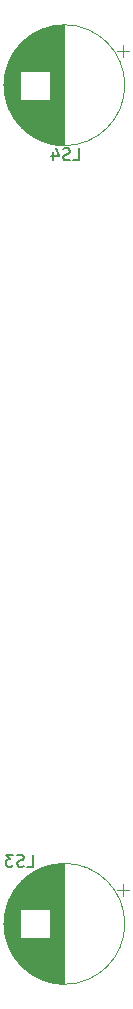
<source format=gbo>
%TF.GenerationSoftware,KiCad,Pcbnew,(6.0.11)*%
%TF.CreationDate,2023-03-05T15:40:12+01:00*%
%TF.ProjectId,OBSPro,4f425350-726f-42e6-9b69-6361645f7063,rev?*%
%TF.SameCoordinates,PX7270e00PY2255100*%
%TF.FileFunction,Legend,Bot*%
%TF.FilePolarity,Positive*%
%FSLAX46Y46*%
G04 Gerber Fmt 4.6, Leading zero omitted, Abs format (unit mm)*
G04 Created by KiCad (PCBNEW (6.0.11)) date 2023-03-05 15:40:12*
%MOMM*%
%LPD*%
G01*
G04 APERTURE LIST*
%ADD10C,0.150000*%
%ADD11C,0.120000*%
G04 APERTURE END LIST*
D10*
%TO.C,LS3*%
X48142857Y-72852380D02*
X48619047Y-72852380D01*
X48619047Y-71852380D01*
X47857142Y-72804761D02*
X47714285Y-72852380D01*
X47476190Y-72852380D01*
X47380952Y-72804761D01*
X47333333Y-72757142D01*
X47285714Y-72661904D01*
X47285714Y-72566666D01*
X47333333Y-72471428D01*
X47380952Y-72423809D01*
X47476190Y-72376190D01*
X47666666Y-72328571D01*
X47761904Y-72280952D01*
X47809523Y-72233333D01*
X47857142Y-72138095D01*
X47857142Y-72042857D01*
X47809523Y-71947619D01*
X47761904Y-71900000D01*
X47666666Y-71852380D01*
X47428571Y-71852380D01*
X47285714Y-71900000D01*
X46952380Y-71852380D02*
X46333333Y-71852380D01*
X46666666Y-72233333D01*
X46523809Y-72233333D01*
X46428571Y-72280952D01*
X46380952Y-72328571D01*
X46333333Y-72423809D01*
X46333333Y-72661904D01*
X46380952Y-72757142D01*
X46428571Y-72804761D01*
X46523809Y-72852380D01*
X46809523Y-72852380D01*
X46904761Y-72804761D01*
X46952380Y-72757142D01*
%TO.C,LS4*%
X52042857Y-13052380D02*
X52519047Y-13052380D01*
X52519047Y-12052380D01*
X51757142Y-13004761D02*
X51614285Y-13052380D01*
X51376190Y-13052380D01*
X51280952Y-13004761D01*
X51233333Y-12957142D01*
X51185714Y-12861904D01*
X51185714Y-12766666D01*
X51233333Y-12671428D01*
X51280952Y-12623809D01*
X51376190Y-12576190D01*
X51566666Y-12528571D01*
X51661904Y-12480952D01*
X51709523Y-12433333D01*
X51757142Y-12338095D01*
X51757142Y-12242857D01*
X51709523Y-12147619D01*
X51661904Y-12100000D01*
X51566666Y-12052380D01*
X51328571Y-12052380D01*
X51185714Y-12100000D01*
X50328571Y-12385714D02*
X50328571Y-13052380D01*
X50566666Y-12004761D02*
X50804761Y-12719047D01*
X50185714Y-12719047D01*
D11*
%TO.C,LS3*%
X49699000Y-78941000D02*
X49699000Y-82524000D01*
X48339000Y-78941000D02*
X48339000Y-81838000D01*
X48299000Y-73590000D02*
X48299000Y-76459000D01*
X48539000Y-73427000D02*
X48539000Y-76459000D01*
X48379000Y-73534000D02*
X48379000Y-76459000D01*
X50259000Y-72726000D02*
X50259000Y-82674000D01*
X46859000Y-75190000D02*
X46859000Y-80210000D01*
X47739000Y-78941000D02*
X47739000Y-81340000D01*
X51020000Y-72627000D02*
X51020000Y-82773000D01*
X47979000Y-73842000D02*
X47979000Y-76459000D01*
X49019000Y-73155000D02*
X49019000Y-76459000D01*
X49139000Y-73097000D02*
X49139000Y-76459000D01*
X49299000Y-73026000D02*
X49299000Y-76459000D01*
X47299000Y-74544000D02*
X47299000Y-80856000D01*
X49219000Y-78941000D02*
X49219000Y-82339000D01*
X50379000Y-72703000D02*
X50379000Y-82697000D01*
X48019000Y-73808000D02*
X48019000Y-76459000D01*
X50299000Y-72718000D02*
X50299000Y-82682000D01*
X47339000Y-74494000D02*
X47339000Y-80906000D01*
X47819000Y-73984000D02*
X47819000Y-76459000D01*
X48419000Y-78941000D02*
X48419000Y-81894000D01*
X50539000Y-72676000D02*
X50539000Y-82724000D01*
X49539000Y-78941000D02*
X49539000Y-82468000D01*
X48659000Y-73353000D02*
X48659000Y-76459000D01*
X49019000Y-78941000D02*
X49019000Y-82245000D01*
X47739000Y-74060000D02*
X47739000Y-76459000D01*
X48579000Y-78941000D02*
X48579000Y-81998000D01*
X47899000Y-73911000D02*
X47899000Y-76459000D01*
X49699000Y-72876000D02*
X49699000Y-76459000D01*
X49939000Y-78941000D02*
X49939000Y-82597000D01*
X47779000Y-78941000D02*
X47779000Y-81379000D01*
X46939000Y-75055000D02*
X46939000Y-80345000D01*
X46899000Y-75121000D02*
X46899000Y-80279000D01*
X49499000Y-78941000D02*
X49499000Y-82454000D01*
X49979000Y-78941000D02*
X49979000Y-82607000D01*
X48139000Y-73711000D02*
X48139000Y-76459000D01*
X47699000Y-78941000D02*
X47699000Y-81301000D01*
X47219000Y-74646000D02*
X47219000Y-80754000D01*
X50499000Y-72682000D02*
X50499000Y-82718000D01*
X47379000Y-74446000D02*
X47379000Y-80954000D01*
X48299000Y-78941000D02*
X48299000Y-81810000D01*
X47579000Y-74222000D02*
X47579000Y-76459000D01*
X47499000Y-74308000D02*
X47499000Y-81092000D01*
X46419000Y-76190000D02*
X46419000Y-79210000D01*
X47419000Y-74399000D02*
X47419000Y-81001000D01*
X47779000Y-74021000D02*
X47779000Y-76459000D01*
X48579000Y-73402000D02*
X48579000Y-76459000D01*
X49739000Y-72863000D02*
X49739000Y-76459000D01*
X46459000Y-76070000D02*
X46459000Y-79330000D01*
X49979000Y-72793000D02*
X49979000Y-76459000D01*
X50019000Y-78941000D02*
X50019000Y-82618000D01*
X49099000Y-78941000D02*
X49099000Y-82284000D01*
X50900000Y-72635000D02*
X50900000Y-82765000D01*
X49619000Y-72903000D02*
X49619000Y-76459000D01*
X49339000Y-78941000D02*
X49339000Y-82390000D01*
X47459000Y-74353000D02*
X47459000Y-81047000D01*
X49179000Y-73079000D02*
X49179000Y-76459000D01*
X49299000Y-78941000D02*
X49299000Y-82374000D01*
X50740000Y-72650000D02*
X50740000Y-82750000D01*
X49219000Y-73061000D02*
X49219000Y-76459000D01*
X49899000Y-72815000D02*
X49899000Y-76459000D01*
X48619000Y-73377000D02*
X48619000Y-76459000D01*
X47939000Y-78941000D02*
X47939000Y-81524000D01*
X47819000Y-78941000D02*
X47819000Y-81416000D01*
X46379000Y-76322000D02*
X46379000Y-79078000D01*
X46539000Y-75854000D02*
X46539000Y-79546000D01*
X48259000Y-73620000D02*
X48259000Y-76459000D01*
X49139000Y-78941000D02*
X49139000Y-82303000D01*
X48099000Y-73743000D02*
X48099000Y-76459000D01*
X48939000Y-73196000D02*
X48939000Y-76459000D01*
X49579000Y-78941000D02*
X49579000Y-82483000D01*
X49819000Y-78941000D02*
X49819000Y-82562000D01*
X47899000Y-78941000D02*
X47899000Y-81489000D01*
X51140000Y-72622000D02*
X51140000Y-82778000D01*
X51180000Y-72621000D02*
X51180000Y-82779000D01*
X47019000Y-74930000D02*
X47019000Y-80470000D01*
X48459000Y-78941000D02*
X48459000Y-81921000D01*
X50419000Y-72696000D02*
X50419000Y-82704000D01*
X46659000Y-75575000D02*
X46659000Y-79825000D01*
X49579000Y-72917000D02*
X49579000Y-76459000D01*
X49819000Y-72838000D02*
X49819000Y-76459000D01*
X46579000Y-75756000D02*
X46579000Y-79644000D01*
X46339000Y-76470000D02*
X46339000Y-78930000D01*
X49659000Y-78941000D02*
X49659000Y-82511000D01*
X49659000Y-72889000D02*
X49659000Y-76459000D01*
X47099000Y-74811000D02*
X47099000Y-80589000D01*
X48179000Y-73680000D02*
X48179000Y-76459000D01*
X48699000Y-78941000D02*
X48699000Y-82071000D01*
X48019000Y-78941000D02*
X48019000Y-81592000D01*
X50940000Y-72632000D02*
X50940000Y-82768000D01*
X48619000Y-78941000D02*
X48619000Y-82023000D01*
X49059000Y-73136000D02*
X49059000Y-76459000D01*
X51300000Y-72620000D02*
X51300000Y-82780000D01*
X50820000Y-72642000D02*
X50820000Y-82758000D01*
X48139000Y-78941000D02*
X48139000Y-81689000D01*
X48979000Y-73175000D02*
X48979000Y-76459000D01*
X49059000Y-78941000D02*
X49059000Y-82264000D01*
X50139000Y-72753000D02*
X50139000Y-82647000D01*
X50339000Y-72710000D02*
X50339000Y-82690000D01*
X49539000Y-72932000D02*
X49539000Y-76459000D01*
X50459000Y-72689000D02*
X50459000Y-82711000D01*
X49419000Y-72977000D02*
X49419000Y-76459000D01*
X50019000Y-72782000D02*
X50019000Y-76459000D01*
X49859000Y-78941000D02*
X49859000Y-82574000D01*
X48859000Y-78941000D02*
X48859000Y-82162000D01*
X48739000Y-78941000D02*
X48739000Y-82095000D01*
X47619000Y-78941000D02*
X47619000Y-81220000D01*
X49739000Y-78941000D02*
X49739000Y-82537000D01*
X50059000Y-72772000D02*
X50059000Y-82628000D01*
X49459000Y-78941000D02*
X49459000Y-82438000D01*
X49099000Y-73116000D02*
X49099000Y-76459000D01*
X50780000Y-72646000D02*
X50780000Y-82754000D01*
X50700000Y-72655000D02*
X50700000Y-82745000D01*
X56779646Y-74825000D02*
X55779646Y-74825000D01*
X50660000Y-72660000D02*
X50660000Y-82740000D01*
X49379000Y-78941000D02*
X49379000Y-82407000D01*
X48259000Y-78941000D02*
X48259000Y-81780000D01*
X48819000Y-78941000D02*
X48819000Y-82140000D01*
X48499000Y-78941000D02*
X48499000Y-81947000D01*
X48779000Y-73283000D02*
X48779000Y-76459000D01*
X49499000Y-72946000D02*
X49499000Y-76459000D01*
X48059000Y-73775000D02*
X48059000Y-76459000D01*
X49899000Y-78941000D02*
X49899000Y-82585000D01*
X48939000Y-78941000D02*
X48939000Y-82204000D01*
X46619000Y-75663000D02*
X46619000Y-79737000D01*
X47699000Y-74099000D02*
X47699000Y-76459000D01*
X50179000Y-72744000D02*
X50179000Y-82656000D01*
X49179000Y-78941000D02*
X49179000Y-82321000D01*
X50579000Y-72670000D02*
X50579000Y-82730000D01*
X47179000Y-74700000D02*
X47179000Y-80700000D01*
X50620000Y-72665000D02*
X50620000Y-82735000D01*
X50980000Y-72630000D02*
X50980000Y-82770000D01*
X49379000Y-72993000D02*
X49379000Y-76459000D01*
X50219000Y-72735000D02*
X50219000Y-82665000D01*
X51100000Y-72623000D02*
X51100000Y-82777000D01*
X48179000Y-78941000D02*
X48179000Y-81720000D01*
X47259000Y-74594000D02*
X47259000Y-80806000D01*
X48339000Y-73562000D02*
X48339000Y-76459000D01*
X56279646Y-74325000D02*
X56279646Y-75325000D01*
X48979000Y-78941000D02*
X48979000Y-82225000D01*
X50860000Y-72638000D02*
X50860000Y-82762000D01*
X47059000Y-74870000D02*
X47059000Y-80530000D01*
X49779000Y-78941000D02*
X49779000Y-82550000D01*
X46739000Y-75411000D02*
X46739000Y-79989000D01*
X48699000Y-73329000D02*
X48699000Y-76459000D01*
X48739000Y-73305000D02*
X48739000Y-76459000D01*
X50099000Y-72762000D02*
X50099000Y-82638000D01*
X47859000Y-78941000D02*
X47859000Y-81453000D01*
X46499000Y-75958000D02*
X46499000Y-79442000D01*
X48899000Y-78941000D02*
X48899000Y-82183000D01*
X47939000Y-73876000D02*
X47939000Y-76459000D01*
X46219000Y-77101000D02*
X46219000Y-78299000D01*
X47619000Y-74180000D02*
X47619000Y-76459000D01*
X49459000Y-72962000D02*
X49459000Y-76459000D01*
X48379000Y-78941000D02*
X48379000Y-81866000D01*
X51220000Y-72620000D02*
X51220000Y-82780000D01*
X48539000Y-78941000D02*
X48539000Y-81973000D01*
X48099000Y-78941000D02*
X48099000Y-81657000D01*
X48499000Y-73453000D02*
X48499000Y-76459000D01*
X47659000Y-74139000D02*
X47659000Y-76459000D01*
X48779000Y-78941000D02*
X48779000Y-82117000D01*
X48859000Y-73238000D02*
X48859000Y-76459000D01*
X49339000Y-73010000D02*
X49339000Y-76459000D01*
X51260000Y-72620000D02*
X51260000Y-82780000D01*
X46979000Y-74991000D02*
X46979000Y-80409000D01*
X47579000Y-78941000D02*
X47579000Y-81178000D01*
X48219000Y-78941000D02*
X48219000Y-81750000D01*
X49259000Y-78941000D02*
X49259000Y-82357000D01*
X48819000Y-73260000D02*
X48819000Y-76459000D01*
X49859000Y-72826000D02*
X49859000Y-76459000D01*
X46819000Y-75261000D02*
X46819000Y-80139000D01*
X48659000Y-78941000D02*
X48659000Y-82047000D01*
X48419000Y-73506000D02*
X48419000Y-76459000D01*
X46699000Y-75491000D02*
X46699000Y-79909000D01*
X46779000Y-75335000D02*
X46779000Y-80065000D01*
X49619000Y-78941000D02*
X49619000Y-82497000D01*
X46299000Y-76638000D02*
X46299000Y-78762000D01*
X48899000Y-73217000D02*
X48899000Y-76459000D01*
X47139000Y-74755000D02*
X47139000Y-80645000D01*
X47859000Y-73947000D02*
X47859000Y-76459000D01*
X49419000Y-78941000D02*
X49419000Y-82423000D01*
X48059000Y-78941000D02*
X48059000Y-81625000D01*
X49779000Y-72850000D02*
X49779000Y-76459000D01*
X51060000Y-72625000D02*
X51060000Y-82775000D01*
X47979000Y-78941000D02*
X47979000Y-81558000D01*
X46259000Y-76838000D02*
X46259000Y-78562000D01*
X49259000Y-73043000D02*
X49259000Y-76459000D01*
X48219000Y-73650000D02*
X48219000Y-76459000D01*
X47659000Y-78941000D02*
X47659000Y-81261000D01*
X49939000Y-72803000D02*
X49939000Y-76459000D01*
X48459000Y-73479000D02*
X48459000Y-76459000D01*
X47539000Y-74264000D02*
X47539000Y-81136000D01*
X56420000Y-77700000D02*
G75*
G03*
X56420000Y-77700000I-5120000J0D01*
G01*
%TO.C,LS4*%
X48339000Y-2562000D02*
X48339000Y-5459000D01*
X48659000Y-2353000D02*
X48659000Y-5459000D01*
X47859000Y-2947000D02*
X47859000Y-5459000D01*
X48499000Y-2453000D02*
X48499000Y-5459000D01*
X48139000Y-7941000D02*
X48139000Y-10689000D01*
X49499000Y-7941000D02*
X49499000Y-11454000D01*
X47979000Y-2842000D02*
X47979000Y-5459000D01*
X46219000Y-6101000D02*
X46219000Y-7299000D01*
X50700000Y-1655000D02*
X50700000Y-11745000D01*
X51100000Y-1623000D02*
X51100000Y-11777000D01*
X50019000Y-7941000D02*
X50019000Y-11618000D01*
X46379000Y-5322000D02*
X46379000Y-8078000D01*
X47939000Y-7941000D02*
X47939000Y-10524000D01*
X48739000Y-2305000D02*
X48739000Y-5459000D01*
X50299000Y-1718000D02*
X50299000Y-11682000D01*
X49499000Y-1946000D02*
X49499000Y-5459000D01*
X47819000Y-2984000D02*
X47819000Y-5459000D01*
X49579000Y-7941000D02*
X49579000Y-11483000D01*
X48219000Y-7941000D02*
X48219000Y-10750000D01*
X47819000Y-7941000D02*
X47819000Y-10416000D01*
X47739000Y-3060000D02*
X47739000Y-5459000D01*
X50579000Y-1670000D02*
X50579000Y-11730000D01*
X46699000Y-4491000D02*
X46699000Y-8909000D01*
X48619000Y-2377000D02*
X48619000Y-5459000D01*
X46299000Y-5638000D02*
X46299000Y-7762000D01*
X47259000Y-3594000D02*
X47259000Y-9806000D01*
X48859000Y-7941000D02*
X48859000Y-11162000D01*
X50780000Y-1646000D02*
X50780000Y-11754000D01*
X47179000Y-3700000D02*
X47179000Y-9700000D01*
X46579000Y-4756000D02*
X46579000Y-8644000D01*
X49459000Y-7941000D02*
X49459000Y-11438000D01*
X46899000Y-4121000D02*
X46899000Y-9279000D01*
X47619000Y-7941000D02*
X47619000Y-10220000D01*
X51180000Y-1621000D02*
X51180000Y-11779000D01*
X47939000Y-2876000D02*
X47939000Y-5459000D01*
X48179000Y-7941000D02*
X48179000Y-10720000D01*
X46499000Y-4958000D02*
X46499000Y-8442000D01*
X48459000Y-7941000D02*
X48459000Y-10921000D01*
X46659000Y-4575000D02*
X46659000Y-8825000D01*
X51060000Y-1625000D02*
X51060000Y-11775000D01*
X46739000Y-4411000D02*
X46739000Y-8989000D01*
X48579000Y-7941000D02*
X48579000Y-10998000D01*
X49019000Y-2155000D02*
X49019000Y-5459000D01*
X47979000Y-7941000D02*
X47979000Y-10558000D01*
X50219000Y-1735000D02*
X50219000Y-11665000D01*
X50740000Y-1650000D02*
X50740000Y-11750000D01*
X47659000Y-3139000D02*
X47659000Y-5459000D01*
X49899000Y-1815000D02*
X49899000Y-5459000D01*
X49699000Y-7941000D02*
X49699000Y-11524000D01*
X49859000Y-7941000D02*
X49859000Y-11574000D01*
X48099000Y-7941000D02*
X48099000Y-10657000D01*
X49459000Y-1962000D02*
X49459000Y-5459000D01*
X49739000Y-7941000D02*
X49739000Y-11537000D01*
X48179000Y-2680000D02*
X48179000Y-5459000D01*
X48979000Y-7941000D02*
X48979000Y-11225000D01*
X46259000Y-5838000D02*
X46259000Y-7562000D01*
X46619000Y-4663000D02*
X46619000Y-8737000D01*
X49179000Y-7941000D02*
X49179000Y-11321000D01*
X48419000Y-7941000D02*
X48419000Y-10894000D01*
X48539000Y-2427000D02*
X48539000Y-5459000D01*
X48699000Y-2329000D02*
X48699000Y-5459000D01*
X47779000Y-7941000D02*
X47779000Y-10379000D01*
X48299000Y-2590000D02*
X48299000Y-5459000D01*
X49139000Y-7941000D02*
X49139000Y-11303000D01*
X48219000Y-2650000D02*
X48219000Y-5459000D01*
X49339000Y-7941000D02*
X49339000Y-11390000D01*
X46939000Y-4055000D02*
X46939000Y-9345000D01*
X47579000Y-3222000D02*
X47579000Y-5459000D01*
X46819000Y-4261000D02*
X46819000Y-9139000D01*
X49299000Y-2026000D02*
X49299000Y-5459000D01*
X49179000Y-2079000D02*
X49179000Y-5459000D01*
X49379000Y-7941000D02*
X49379000Y-11407000D01*
X48979000Y-2175000D02*
X48979000Y-5459000D01*
X49019000Y-7941000D02*
X49019000Y-11245000D01*
X47539000Y-3264000D02*
X47539000Y-10136000D01*
X50019000Y-1782000D02*
X50019000Y-5459000D01*
X48939000Y-7941000D02*
X48939000Y-11204000D01*
X49699000Y-1876000D02*
X49699000Y-5459000D01*
X50339000Y-1710000D02*
X50339000Y-11690000D01*
X47859000Y-7941000D02*
X47859000Y-10453000D01*
X50940000Y-1632000D02*
X50940000Y-11768000D01*
X49259000Y-7941000D02*
X49259000Y-11357000D01*
X49739000Y-1863000D02*
X49739000Y-5459000D01*
X50139000Y-1753000D02*
X50139000Y-11647000D01*
X49619000Y-1903000D02*
X49619000Y-5459000D01*
X48739000Y-7941000D02*
X48739000Y-11095000D01*
X49419000Y-1977000D02*
X49419000Y-5459000D01*
X51220000Y-1620000D02*
X51220000Y-11780000D01*
X47139000Y-3755000D02*
X47139000Y-9645000D01*
X47499000Y-3308000D02*
X47499000Y-10092000D01*
X48619000Y-7941000D02*
X48619000Y-11023000D01*
X48379000Y-2534000D02*
X48379000Y-5459000D01*
X56279646Y-3325000D02*
X56279646Y-4325000D01*
X47619000Y-3180000D02*
X47619000Y-5459000D01*
X50179000Y-1744000D02*
X50179000Y-11656000D01*
X49779000Y-1850000D02*
X49779000Y-5459000D01*
X48019000Y-2808000D02*
X48019000Y-5459000D01*
X49219000Y-2061000D02*
X49219000Y-5459000D01*
X50539000Y-1676000D02*
X50539000Y-11724000D01*
X48699000Y-7941000D02*
X48699000Y-11071000D01*
X50379000Y-1703000D02*
X50379000Y-11697000D01*
X49059000Y-7941000D02*
X49059000Y-11264000D01*
X50419000Y-1696000D02*
X50419000Y-11704000D01*
X49979000Y-7941000D02*
X49979000Y-11607000D01*
X48139000Y-2711000D02*
X48139000Y-5459000D01*
X47459000Y-3353000D02*
X47459000Y-10047000D01*
X50259000Y-1726000D02*
X50259000Y-11674000D01*
X47299000Y-3544000D02*
X47299000Y-9856000D01*
X46339000Y-5470000D02*
X46339000Y-7930000D01*
X49539000Y-7941000D02*
X49539000Y-11468000D01*
X47579000Y-7941000D02*
X47579000Y-10178000D01*
X51300000Y-1620000D02*
X51300000Y-11780000D01*
X49979000Y-1793000D02*
X49979000Y-5459000D01*
X48819000Y-2260000D02*
X48819000Y-5459000D01*
X48859000Y-2238000D02*
X48859000Y-5459000D01*
X49139000Y-2097000D02*
X49139000Y-5459000D01*
X50860000Y-1638000D02*
X50860000Y-11762000D01*
X46539000Y-4854000D02*
X46539000Y-8546000D01*
X50820000Y-1642000D02*
X50820000Y-11758000D01*
X51140000Y-1622000D02*
X51140000Y-11778000D01*
X47739000Y-7941000D02*
X47739000Y-10340000D01*
X50459000Y-1689000D02*
X50459000Y-11711000D01*
X48419000Y-2506000D02*
X48419000Y-5459000D01*
X47899000Y-7941000D02*
X47899000Y-10489000D01*
X48779000Y-7941000D02*
X48779000Y-11117000D01*
X51020000Y-1627000D02*
X51020000Y-11773000D01*
X49659000Y-7941000D02*
X49659000Y-11511000D01*
X51260000Y-1620000D02*
X51260000Y-11780000D01*
X48339000Y-7941000D02*
X48339000Y-10838000D01*
X48379000Y-7941000D02*
X48379000Y-10866000D01*
X50900000Y-1635000D02*
X50900000Y-11765000D01*
X49099000Y-7941000D02*
X49099000Y-11284000D01*
X50059000Y-1772000D02*
X50059000Y-11628000D01*
X48819000Y-7941000D02*
X48819000Y-11140000D01*
X48259000Y-7941000D02*
X48259000Y-10780000D01*
X47059000Y-3870000D02*
X47059000Y-9530000D01*
X50660000Y-1660000D02*
X50660000Y-11740000D01*
X50499000Y-1682000D02*
X50499000Y-11718000D01*
X47659000Y-7941000D02*
X47659000Y-10261000D01*
X48259000Y-2620000D02*
X48259000Y-5459000D01*
X49859000Y-1826000D02*
X49859000Y-5459000D01*
X48779000Y-2283000D02*
X48779000Y-5459000D01*
X49819000Y-1838000D02*
X49819000Y-5459000D01*
X47699000Y-7941000D02*
X47699000Y-10301000D01*
X49419000Y-7941000D02*
X49419000Y-11423000D01*
X49099000Y-2116000D02*
X49099000Y-5459000D01*
X48499000Y-7941000D02*
X48499000Y-10947000D01*
X47899000Y-2911000D02*
X47899000Y-5459000D01*
X46779000Y-4335000D02*
X46779000Y-9065000D01*
X49219000Y-7941000D02*
X49219000Y-11339000D01*
X48019000Y-7941000D02*
X48019000Y-10592000D01*
X50099000Y-1762000D02*
X50099000Y-11638000D01*
X46459000Y-5070000D02*
X46459000Y-8330000D01*
X48939000Y-2196000D02*
X48939000Y-5459000D01*
X49579000Y-1917000D02*
X49579000Y-5459000D01*
X46979000Y-3991000D02*
X46979000Y-9409000D01*
X49299000Y-7941000D02*
X49299000Y-11374000D01*
X47099000Y-3811000D02*
X47099000Y-9589000D01*
X48899000Y-2217000D02*
X48899000Y-5459000D01*
X46859000Y-4190000D02*
X46859000Y-9210000D01*
X48099000Y-2743000D02*
X48099000Y-5459000D01*
X49619000Y-7941000D02*
X49619000Y-11497000D01*
X48059000Y-2775000D02*
X48059000Y-5459000D01*
X50980000Y-1630000D02*
X50980000Y-11770000D01*
X47379000Y-3446000D02*
X47379000Y-9954000D01*
X48899000Y-7941000D02*
X48899000Y-11183000D01*
X49939000Y-1803000D02*
X49939000Y-5459000D01*
X49059000Y-2136000D02*
X49059000Y-5459000D01*
X48659000Y-7941000D02*
X48659000Y-11047000D01*
X47419000Y-3399000D02*
X47419000Y-10001000D01*
X48579000Y-2402000D02*
X48579000Y-5459000D01*
X49259000Y-2043000D02*
X49259000Y-5459000D01*
X46419000Y-5190000D02*
X46419000Y-8210000D01*
X48459000Y-2479000D02*
X48459000Y-5459000D01*
X49779000Y-7941000D02*
X49779000Y-11550000D01*
X49939000Y-7941000D02*
X49939000Y-11597000D01*
X47779000Y-3021000D02*
X47779000Y-5459000D01*
X47699000Y-3099000D02*
X47699000Y-5459000D01*
X47019000Y-3930000D02*
X47019000Y-9470000D01*
X47219000Y-3646000D02*
X47219000Y-9754000D01*
X48059000Y-7941000D02*
X48059000Y-10625000D01*
X49539000Y-1932000D02*
X49539000Y-5459000D01*
X47339000Y-3494000D02*
X47339000Y-9906000D01*
X56779646Y-3825000D02*
X55779646Y-3825000D01*
X48299000Y-7941000D02*
X48299000Y-10810000D01*
X49379000Y-1993000D02*
X49379000Y-5459000D01*
X49819000Y-7941000D02*
X49819000Y-11562000D01*
X49659000Y-1889000D02*
X49659000Y-5459000D01*
X49339000Y-2010000D02*
X49339000Y-5459000D01*
X48539000Y-7941000D02*
X48539000Y-10973000D01*
X49899000Y-7941000D02*
X49899000Y-11585000D01*
X50620000Y-1665000D02*
X50620000Y-11735000D01*
X56420000Y-6700000D02*
G75*
G03*
X56420000Y-6700000I-5120000J0D01*
G01*
%TD*%
M02*

</source>
